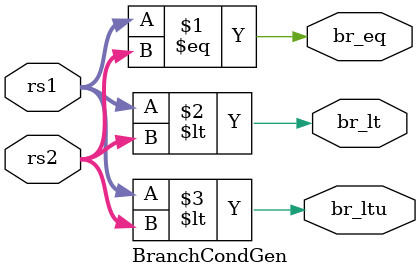
<source format=sv>
`timescale 1ns / 1ps


module BranchCondGen(
    input [31:0] rs1,
    input [31:0] rs2,
    output br_eq,
    output br_lt,
    output br_ltu
    );
    
    assign br_eq = rs1 == rs2;
    assign br_lt = $signed(rs1) < $signed(rs2);
    assign br_ltu = rs1 < rs2;
endmodule

</source>
